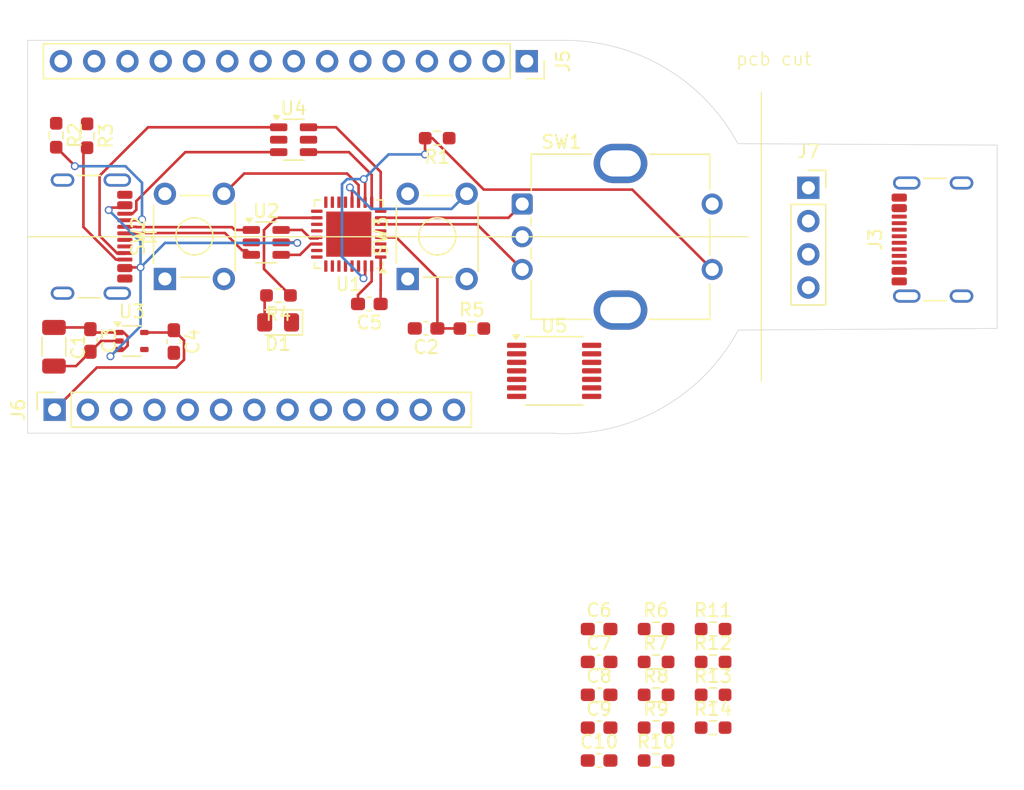
<source format=kicad_pcb>
(kicad_pcb (version 20241229) (generator "pcbnew") (generator_version "9.0")
  (layers (0 "F.Cu" signal) (4 "In1.Cu" power) (6 "In2.Cu" power) (2 "B.Cu" signal) (13 "F.Paste" user) (15 "B.Paste" user) (5 "F.SilkS" user "F.Silkscreen") (7 "B.SilkS" user "B.Silkscreen") (1 "F.Mask" user) (3 "B.Mask" user) (25 "Edge.Cuts" user))
  (net 0 "")
  (net 1 "3V3")
  (net 2 "GND")
  (net 3 "NRST")
  (net 4 "Net-(D1-A)")
  (net 5 "PB0")
  (net 6 "LED")
  (net 7 "enc_A")
  (net 8 "PB3")
  (net 9 "BOOT0")
  (net 10 "PC14")
  (net 11 "PB6")
  (net 12 "PA13")
  (net 13 "PB4")
  (net 14 "PB5")
  (net 15 "enc_B")
  (net 16 "USART1_RX")
  (net 17 "USART1_TX")
  (net 18 "LPUART_RX")
  (net 19 "pushbutton_B")
  (net 20 "pushbutton_A")
  (net 21 "PA15")
  (net 22 "PA14")
  (net 23 "PB7")
  (net 24 "PB1")
  (net 25 "LPUART_TX")
  (net 26 "PC15")
  (net 27 "PA7")
  (net 29 "5V")
  (net 36 "/usb_N")
  (net 37 "/usb_P")
  (net 38 "Net-(J1-SBU2)")
  (net 39 "Net-(J1-SBU1)")
  (net 40 "Net-(J1-CC1)")
  (net 41 "Net-(J1-CC2)")
  (net 42 "adaptor_LPUART_RX")
  (net 43 "adaptor_5V")
  (net 44 "adaptor_LPUART_TX")
  (net 45 "adaptor_GND")
  (net 46 "/usb-")
  (net 47 "/usb+")
  (net 76 "Net-(C6-Pad1)")
  (net 77 "Net-(C7-Pad1)")
  (net 78 "Net-(C8-Pad1)")
  (net 79 "Net-(C9-Pad1)")
  (net 80 "Net-(C10-Pad1)")
  (net 81 "Net-(R8-Pad1)")
  (net 82 "Net-(R9-Pad1)")
  (net 83 "Net-(R12-Pad2)")
  (net 84 "Net-(R13-Pad2)")
  (net 85 "Net-(R14-Pad1)")
  (footprint "Rotary_Encoder:RotaryEncoder_Bourns_Vertical_PEC12R-3x17F-Sxxxx" (layer "F.Cu") (at 128.75 44.5)
    (property "Reference" "SW1" (at 3 -4.75 180) (layer "F.SilkS"))
    (property "Value" "RotaryEncoder_Switch")
    (pad "A" thru_hole roundrect (at 0 0) (size 1.6 1.6) (drill 1) (layers "*.Cu" "*.Mask") (roundrect_rratio 0.15625) (net 76 "Net-(C6-Pad1)"))
    (pad "B" thru_hole circle (at 0 5) (size 1.6 1.6) (drill 1) (layers "*.Cu" "*.Mask") (net 77 "Net-(C7-Pad1)"))
    (pad "C" thru_hole circle (at 0 2.5) (size 1.6 1.6) (drill 1) (layers "*.Cu" "*.Mask") (net 2 "GND"))
    (pad "S1" thru_hole circle (at 14.5 0) (size 1.6 1.6) (drill 1) (layers "*.Cu" "*.Mask") (net 80 "Net-(C10-Pad1)"))
    (pad "S2" thru_hole circle (at 14.5 5) (size 1.6 1.6) (drill 1) (layers "*.Cu" "*.Mask") (net 1 "3V3"))
    (pad "SH" thru_hole oval (at 7.5 -3.1) (size 4.1 3) (drill oval 3.1 2) (layers "*.Cu" "*.Mask"))
    (pad "SH" thru_hole oval (at 7.5 8.1) (size 4.1 3) (drill oval 3.1 2) (layers "*.Cu" "*.Mask"))
  )
  (footprint "Resistor_SMD:R_0603_1608Metric_Pad0.98x0.95mm_HandSolder" (layer "F.Cu") (at 143.3175 81.98)
    (property "Reference" "R13" (at 0 -1.43 0) (layer "F.SilkS"))
    (property "Value" "10k")
    (pad "1" smd roundrect (at -0.9125 0) (size 0.975 0.95) (layers "F.Cu" "F.Mask" "F.Paste") (net 79 "Net-(C9-Pad1)"))
    (pad "2" smd roundrect (at 0.9125 0) (size 0.975 0.95) (layers "F.Cu" "F.Mask" "F.Paste") (net 84 "Net-(R13-Pad2)"))
  )
  (footprint "Resistor_SMD:R_0603_1608Metric_Pad0.98x0.95mm_HandSolder" (layer "F.Cu") (at 138.9675 76.96)
    (property "Reference" "R6" (at 0 -1.43 0) (layer "F.SilkS"))
    (property "Value" "10k")
    (pad "1" smd roundrect (at -0.9125 0) (size 0.975 0.95) (layers "F.Cu" "F.Mask" "F.Paste") (net 77 "Net-(C7-Pad1)"))
    (pad "2" smd roundrect (at 0.9125 0) (size 0.975 0.95) (layers "F.Cu" "F.Mask" "F.Paste") (net 1 "3V3"))
  )
  (footprint "Capacitor_SMD:C_0603_1608Metric_Pad1.08x0.95mm_HandSolder" (layer "F.Cu") (at 134.6175 87)
    (property "Reference" "C10" (at 0 -1.43 0) (layer "F.SilkS"))
    (property "Value" "100nF")
    (pad "1" smd roundrect (at -0.8625 0) (size 1.075 0.95) (layers "F.Cu" "F.Mask" "F.Paste") (net 80 "Net-(C10-Pad1)"))
    (pad "2" smd roundrect (at 0.8625 0) (size 1.075 0.95) (layers "F.Cu" "F.Mask" "F.Paste") (net 2 "GND"))
  )
  (footprint "Package_TO_SOT_SMD:SOT-23-6" (layer "F.Cu") (at 109.2125 47.43)
    (property "Reference" "U2" (at 0 -2.4 0) (layer "F.SilkS"))
    (property "Value" "USBLC6-2SC6")
    (pad "1" smd roundrect (at -1.1375 -0.95) (size 1.325 0.6) (layers "F.Cu" "F.Mask" "F.Paste") (net 36 "/usb_N"))
    (pad "2" smd roundrect (at -1.1375 0) (size 1.325 0.6) (layers "F.Cu" "F.Mask" "F.Paste") (net 2 "GND"))
    (pad "3" smd roundrect (at -1.1375 0.95) (size 1.325 0.6) (layers "F.Cu" "F.Mask" "F.Paste") (net 37 "/usb_P"))
    (pad "4" smd roundrect (at 1.1375 0.95) (size 1.325 0.6) (layers "F.Cu" "F.Mask" "F.Paste") (net 47 "/usb+"))
    (pad "5" smd roundrect (at 1.1375 0) (size 1.325 0.6) (layers "F.Cu" "F.Mask" "F.Paste") (net 29 "5V"))
    (pad "6" smd roundrect (at 1.1375 -0.95) (size 1.325 0.6) (layers "F.Cu" "F.Mask" "F.Paste") (net 46 "/usb-"))
  )
  (footprint "Package_TO_SOT_SMD:SOT-23-6" (layer "F.Cu") (at 111.3 39.5875)
    (property "Reference" "U4" (at 0 -2.4 0) (layer "F.SilkS"))
    (property "Value" "USBLC6-2SC6" (hide yes))
    (pad "1" smd roundrect (at -1.1375 -0.95) (size 1.325 0.6) (layers "F.Cu" "F.Mask" "F.Paste") (net 39 "Net-(J1-SBU1)"))
    (pad "2" smd roundrect (at -1.1375 0) (size 1.325 0.6) (layers "F.Cu" "F.Mask" "F.Paste") (net 2 "GND"))
    (pad "3" smd roundrect (at -1.1375 0.95) (size 1.325 0.6) (layers "F.Cu" "F.Mask" "F.Paste") (net 38 "Net-(J1-SBU2)"))
    (pad "4" smd roundrect (at 1.1375 0.95) (size 1.325 0.6) (layers "F.Cu" "F.Mask" "F.Paste") (net 18 "LPUART_RX"))
    (pad "5" smd roundrect (at 1.1375 0) (size 1.325 0.6) (layers "F.Cu" "F.Mask" "F.Paste") (net 1 "3V3"))
    (pad "6" smd roundrect (at 1.1375 -0.95) (size 1.325 0.6) (layers "F.Cu" "F.Mask" "F.Paste") (net 25 "LPUART_TX"))
  )
  (footprint "Package_TO_SOT_SMD:SOT-353_SC-70-5" (layer "F.Cu") (at 98.96 54.96)
    (property "Reference" "U3" (at 0 -2.25 0) (layer "F.SilkS"))
    (property "Value" "MIC5365-1.0YC5")
    (pad "1" smd roundrect (at -0.95 -0.65) (size 0.65 0.4) (layers "F.Cu" "F.Mask" "F.Paste") (net 29 "5V"))
    (pad "2" smd roundrect (at -0.95 0) (size 0.65 0.4) (layers "F.Cu" "F.Mask" "F.Paste") (net 2 "GND"))
    (pad "3" smd roundrect (at -0.95 0.65) (size 0.65 0.4) (layers "F.Cu" "F.Mask" "F.Paste") (net 29 "5V"))
    (pad "4" smd roundrect (at 0.95 0.65) (size 0.65 0.4) (layers "F.Cu" "F.Mask" "F.Paste"))
    (pad "5" smd roundrect (at 0.95 -0.65) (size 0.65 0.4) (layers "F.Cu" "F.Mask" "F.Paste") (net 1 "3V3"))
  )
  (footprint "Resistor_SMD:R_0603_1608Metric_Pad0.98x0.95mm_HandSolder" (layer "F.Cu") (at 143.3175 76.96)
    (property "Reference" "R11" (at 0 -1.43 0) (layer "F.SilkS"))
    (property "Value" "10k")
    (pad "1" smd roundrect (at -0.9125 0) (size 0.975 0.95) (layers "F.Cu" "F.Mask" "F.Paste") (net 79 "Net-(C9-Pad1)"))
    (pad "2" smd roundrect (at 0.9125 0) (size 0.975 0.95) (layers "F.Cu" "F.Mask" "F.Paste") (net 1 "3V3"))
  )
  (footprint "Capacitor_SMD:C_0603_1608Metric_Pad1.08x0.95mm_HandSolder" (layer "F.Cu") (at 134.6175 76.96)
    (property "Reference" "C6" (at 0 -1.43 0) (layer "F.SilkS"))
    (property "Value" "100nF")
    (pad "1" smd roundrect (at -0.8625 0) (size 1.075 0.95) (layers "F.Cu" "F.Mask" "F.Paste") (net 76 "Net-(C6-Pad1)"))
    (pad "2" smd roundrect (at 0.8625 0) (size 1.075 0.95) (layers "F.Cu" "F.Mask" "F.Paste") (net 2 "GND"))
  )
  (footprint "Button_Switch_THT:SW_TH_Tactile_Omron_B3F-10xx" (layer "F.Cu") (at 101.48 50.22 90)
    (property "Reference" "SW2" (at 3.25 -2.05 90) (layer "F.SilkS"))
    (property "Value" "SW_Push" (hide yes))
    (pad "1" thru_hole rect (at 0 0 90) (size 1.7 1.7) (drill 1) (layers "*.Cu" "*.Mask") (net 2 "GND"))
    (pad "1" thru_hole circle (at 6.5 0 90) (size 1.7 1.7) (drill 1) (layers "*.Cu" "*.Mask") (net 2 "GND"))
    (pad "2" thru_hole circle (at 0 4.5 90) (size 1.7 1.7) (drill 1) (layers "*.Cu" "*.Mask") (net 78 "Net-(C8-Pad1)"))
    (pad "2" thru_hole circle (at 6.5 4.5 90) (size 1.7 1.7) (drill 1) (layers "*.Cu" "*.Mask") (net 78 "Net-(C8-Pad1)"))
  )
  (footprint "Resistor_SMD:R_0603_1608Metric_Pad0.98x0.95mm_HandSolder" (layer "F.Cu") (at 122.26 39.47 180)
    (property "Reference" "R1" (at 0 -1.43 0) (layer "F.SilkS"))
    (property "Value" "10k")
    (pad "1" smd roundrect (at -0.9125 0 180) (size 0.975 0.95) (layers "F.Cu" "F.Mask" "F.Paste") (net 2 "GND"))
    (pad "2" smd roundrect (at 0.9125 0 180) (size 0.975 0.95) (layers "F.Cu" "F.Mask" "F.Paste") (net 80 "Net-(C10-Pad1)"))
  )
  (footprint "Button_Switch_THT:SW_TH_Tactile_Omron_B3F-10xx" (layer "F.Cu") (at 120.01 50.22 90)
    (property "Reference" "SW3" (at 3.25 -2.05 90) (layer "F.SilkS"))
    (property "Value" "SW_Push")
    (pad "1" thru_hole rect (at 0 0 90) (size 1.7 1.7) (drill 1) (layers "*.Cu" "*.Mask") (net 2 "GND"))
    (pad "1" thru_hole circle (at 6.5 0 90) (size 1.7 1.7) (drill 1) (layers "*.Cu" "*.Mask") (net 2 "GND"))
    (pad "2" thru_hole circle (at 0 4.5 90) (size 1.7 1.7) (drill 1) (layers "*.Cu" "*.Mask") (net 79 "Net-(C9-Pad1)"))
    (pad "2" thru_hole circle (at 6.5 4.5 90) (size 1.7 1.7) (drill 1) (layers "*.Cu" "*.Mask") (net 79 "Net-(C9-Pad1)"))
  )
  (footprint "Resistor_SMD:R_0603_1608Metric_Pad0.98x0.95mm_HandSolder" (layer "F.Cu") (at 95.54 39.2875 -90)
    (property "Reference" "R3" (at 0 -1.43 270) (layer "F.SilkS"))
    (property "Value" "5k1")
    (pad "1" smd roundrect (at -0.9125 0 270) (size 0.975 0.95) (layers "F.Cu" "F.Mask" "F.Paste") (net 2 "GND"))
    (pad "2" smd roundrect (at 0.9125 0 270) (size 0.975 0.95) (layers "F.Cu" "F.Mask" "F.Paste") (net 41 "Net-(J1-CC2)"))
  )
  (footprint "Resistor_SMD:R_0603_1608Metric_Pad0.98x0.95mm_HandSolder" (layer "F.Cu") (at 124.905 54.01)
    (property "Reference" "R5" (at 0 -1.43 0) (layer "F.SilkS"))
    (property "Value" "10k")
    (pad "1" smd roundrect (at -0.9125 0) (size 0.975 0.95) (layers "F.Cu" "F.Mask" "F.Paste") (net 3 "NRST"))
    (pad "2" smd roundrect (at 0.9125 0) (size 0.975 0.95) (layers "F.Cu" "F.Mask" "F.Paste") (net 1 "3V3"))
  )
  (footprint "Connector_PinSocket_2.54mm:PinSocket_1x04_P2.54mm_Vertical" (layer "F.Cu") (at 150.59 43.26)
    (property "Reference" "J7" (at 0 -2.77 0) (layer "F.SilkS"))
    (property "Value" "Conn_01x04")
    (pad "1" thru_hole rect (at 0 0) (size 1.7 1.7) (drill 1) (layers "*.Cu" "*.Mask") (net 43 "adaptor_5V"))
    (pad "2" thru_hole circle (at 0 2.54) (size 1.7 1.7) (drill 1) (layers "*.Cu" "*.Mask") (net 42 "adaptor_LPUART_RX"))
    (pad "3" thru_hole circle (at 0 5.08) (size 1.7 1.7) (drill 1) (layers "*.Cu" "*.Mask") (net 44 "adaptor_LPUART_TX"))
    (pad "4" thru_hole circle (at 0 7.62) (size 1.7 1.7) (drill 1) (layers "*.Cu" "*.Mask") (net 45 "adaptor_GND"))
  )
  (footprint "Resistor_SMD:R_0603_1608Metric_Pad0.98x0.95mm_HandSolder" (layer "F.Cu") (at 143.3175 84.49)
    (property "Reference" "R14" (at 0 -1.43 0) (layer "F.SilkS"))
    (property "Value" "10k")
    (pad "1" smd roundrect (at -0.9125 0) (size 0.975 0.95) (layers "F.Cu" "F.Mask" "F.Paste") (net 85 "Net-(R14-Pad1)"))
    (pad "2" smd roundrect (at 0.9125 0) (size 0.975 0.95) (layers "F.Cu" "F.Mask" "F.Paste") (net 80 "Net-(C10-Pad1)"))
  )
  (footprint "Capacitor_SMD:C_0603_1608Metric_Pad1.08x0.95mm_HandSolder" (layer "F.Cu") (at 117.08 52.13 180)
    (property "Reference" "C5" (at 0 -1.43 0) (layer "F.SilkS"))
    (property "Value" "100nF")
    (pad "1" smd roundrect (at -0.8625 0 180) (size 1.075 0.95) (layers "F.Cu" "F.Mask" "F.Paste") (net 1 "3V3"))
    (pad "2" smd roundrect (at 0.8625 0 180) (size 1.075 0.95) (layers "F.Cu" "F.Mask" "F.Paste") (net 2 "GND"))
  )
  (footprint "Connector_PinSocket_2.54mm:PinSocket_1x15_P2.54mm_Vertical" (layer "F.Cu") (at 129.1 33.59 -90)
    (property "Reference" "J5" (at 0 -2.77 90) (layer "F.SilkS"))
    (property "Value" "Conn_01x16")
    (pad "1" thru_hole rect (at 0 0 270) (size 1.7 1.7) (drill 1) (layers "*.Cu" "*.Mask"))
    (pad "2" thru_hole circle (at 0 2.54 270) (size 1.7 1.7) (drill 1) (layers "*.Cu" "*.Mask"))
    (pad "3" thru_hole circle (at 0 5.08 270) (size 1.7 1.7) (drill 1) (layers "*.Cu" "*.Mask"))
    (pad "4" thru_hole circle (at 0 7.62 270) (size 1.7 1.7) (drill 1) (layers "*.Cu" "*.Mask"))
    (pad "5" thru_hole circle (at 0 10.16 270) (size 1.7 1.7) (drill 1) (layers "*.Cu" "*.Mask"))
    (pad "6" thru_hole circle (at 0 12.7 270) (size 1.7 1.7) (drill 1) (layers "*.Cu" "*.Mask"))
    (pad "7" thru_hole circle (at 0 15.24 270) (size 1.7 1.7) (drill 1) (layers "*.Cu" "*.Mask"))
    (pad "8" thru_hole circle (at 0 17.78 270) (size 1.7 1.7) (drill 1) (layers "*.Cu" "*.Mask"))
    (pad "9" thru_hole circle (at 0 20.32 270) (size 1.7 1.7) (drill 1) (layers "*.Cu" "*.Mask"))
    (pad "10" thru_hole circle (at 0 22.86 270) (size 1.7 1.7) (drill 1) (layers "*.Cu" "*.Mask"))
    (pad "11" thru_hole circle (at 0 25.4 270) (size 1.7 1.7) (drill 1) (layers "*.Cu" "*.Mask"))
    (pad "12" thru_hole circle (at 0 27.94 270) (size 1.7 1.7) (drill 1) (layers "*.Cu" "*.Mask"))
    (pad "13" thru_hole circle (at 0 30.48 270) (size 1.7 1.7) (drill 1) (layers "*.Cu" "*.Mask"))
    (pad "14" thru_hole circle (at 0 33.02 270) (size 1.7 1.7) (drill 1) (layers "*.Cu" "*.Mask"))
    (pad "15" thru_hole circle (at 0 35.56 270) (size 1.7 1.7) (drill 1) (layers "*.Cu" "*.Mask"))
  )
  (footprint "Connector_PinSocket_2.54mm:PinSocket_1x13_P2.54mm_Vertical" (layer "F.Cu") (at 93.06 60.21 90)
    (property "Reference" "J6" (at 0 -2.77 90) (layer "F.SilkS"))
    (property "Value" "Conn_01x13")
    (pad "1" thru_hole rect (at 0 0 90) (size 1.7 1.7) (drill 1) (layers "*.Cu" "*.Mask"))
    (pad "2" thru_hole circle (at 0 2.54 90) (size 1.7 1.7) (drill 1) (layers "*.Cu" "*.Mask"))
    (pad "3" thru_hole circle (at 0 5.08 90) (size 1.7 1.7) (drill 1) (layers "*.Cu" "*.Mask"))
    (pad "4" thru_hole circle (at 0 7.62 90) (size 1.7 1.7) (drill 1) (layers "*.Cu" "*.Mask"))
    (pad "5" thru_hole circle (at 0 10.16 90) (size 1.7 1.7) (drill 1) (layers "*.Cu" "*.Mask"))
    (pad "6" thru_hole circle (at 0 12.7 90) (size 1.7 1.7) (drill 1) (layers "*.Cu" "*.Mask"))
    (pad "7" thru_hole circle (at 0 15.24 90) (size 1.7 1.7) (drill 1) (layers "*.Cu" "*.Mask"))
    (pad "8" thru_hole circle (at 0 17.78 90) (size 1.7 1.7) (drill 1) (layers "*.Cu" "*.Mask"))
    (pad "9" thru_hole circle (at 0 20.32 90) (size 1.7 1.7) (drill 1) (layers "*.Cu" "*.Mask"))
    (pad "10" thru_hole circle (at 0 22.86 90) (size 1.7 1.7) (drill 1) (layers "*.Cu" "*.Mask"))
    (pad "11" thru_hole circle (at 0 25.4 90) (size 1.7 1.7) (drill 1) (layers "*.Cu" "*.Mask"))
    (pad "12" thru_hole circle (at 0 27.94 90) (size 1.7 1.7) (drill 1) (layers "*.Cu" "*.Mask"))
    (pad "13" thru_hole circle (at 0 30.48 90) (size 1.7 1.7) (drill 1) (layers "*.Cu" "*.Mask"))
  )
  (footprint "Resistor_SMD:R_0603_1608Metric_Pad0.98x0.95mm_HandSolder" (layer "F.Cu") (at 138.9675 81.98)
    (property "Reference" "R8" (at 0 -1.43 0) (layer "F.SilkS"))
    (property "Value" "10k")
    (pad "1" smd roundrect (at -0.9125 0) (size 0.975 0.95) (layers "F.Cu" "F.Mask" "F.Paste") (net 81 "Net-(R8-Pad1)"))
    (pad "2" smd roundrect (at 0.9125 0) (size 0.975 0.95) (layers "F.Cu" "F.Mask" "F.Paste") (net 76 "Net-(C6-Pad1)"))
  )
  (footprint "Resistor_SMD:R_0603_1608Metric_Pad0.98x0.95mm_HandSolder" (layer "F.Cu") (at 110.145 51.48 180)
    (property "Reference" "R4" (at 0 -1.43 0) (layer "F.SilkS"))
    (property "Value" "1k")
    (pad "1" smd roundrect (at -0.9125 0 180) (size 0.975 0.95) (layers "F.Cu" "F.Mask" "F.Paste") (net 6 "LED"))
    (pad "2" smd roundrect (at 0.9125 0 180) (size 0.975 0.95) (layers "F.Cu" "F.Mask" "F.Paste") (net 4 "Net-(D1-A)"))
  )
  (footprint "Resistor_SMD:R_0603_1608Metric_Pad0.98x0.95mm_HandSolder" (layer "F.Cu") (at 138.9675 87)
    (property "Reference" "R10" (at 0 -1.43 0) (layer "F.SilkS"))
    (property "Value" "10k")
    (pad "1" smd roundrect (at -0.9125 0) (size 0.975 0.95) (layers "F.Cu" "F.Mask" "F.Paste") (net 78 "Net-(C8-Pad1)"))
    (pad "2" smd roundrect (at 0.9125 0) (size 0.975 0.95) (layers "F.Cu" "F.Mask" "F.Paste") (net 1 "3V3"))
  )
  (footprint "Capacitor_SMD:C_0603_1608Metric_Pad1.08x0.95mm_HandSolder" (layer "F.Cu") (at 121.4125 54 180)
    (property "Reference" "C2" (at 0 -1.43 0) (layer "F.SilkS"))
    (property "Value" "100nF")
    (pad "1" smd roundrect (at -0.8625 0 180) (size 1.075 0.95) (layers "F.Cu" "F.Mask" "F.Paste") (net 3 "NRST"))
    (pad "2" smd roundrect (at 0.8625 0 180) (size 1.075 0.95) (layers "F.Cu" "F.Mask" "F.Paste") (net 2 "GND"))
  )
  (footprint "Connector_USB:USB_C_Receptacle_GCT_USB4105-xx-A_16P_TopMnt_Horizontal" (layer "F.Cu") (at 94.74 46.99 -90)
    (property "Reference" "J1" (at 0 -5.5 270) (layer "F.SilkS"))
    (property "Value" "USB_C_synthmate")
    (pad "" np_thru_hole circle (at -2.89 -2.605 270) (size 0.65 0.65) (drill 0.65) (layers "*.Cu" "*.Mask"))
    (pad "" np_thru_hole circle (at 2.89 -2.605 270) (size 0.65 0.65) (drill 0.65) (layers "*.Cu" "*.Mask"))
    (pad "A1" smd roundrect (at -3.2 -3.68 270) (size 0.6 1.15) (layers "F.Cu" "F.Mask" "F.Paste") (net 2 "GND"))
    (pad "A4" smd roundrect (at -2.4 -3.68 270) (size 0.6 1.15) (layers "F.Cu" "F.Mask" "F.Paste") (net 29 "5V"))
    (pad "A5" smd roundrect (at -1.25 -3.68 270) (size 0.3 1.15) (layers "F.Cu" "F.Mask" "F.Paste") (net 40 "Net-(J1-CC1)"))
    (pad "A6" smd roundrect (at -0.25 -3.68 270) (size 0.3 1.15) (layers "F.Cu" "F.Mask" "F.Paste") (net 37 "/usb_P"))
    (pad "A7" smd roundrect (at 0.25 -3.68 270) (size 0.3 1.15) (layers "F.Cu" "F.Mask" "F.Paste") (net 36 "/usb_N"))
    (pad "A8" smd roundrect (at 1.25 -3.68 270) (size 0.3 1.15) (layers "F.Cu" "F.Mask" "F.Paste") (net 39 "Net-(J1-SBU1)"))
    (pad "A9" smd roundrect (at 2.4 -3.68 270) (size 0.6 1.15) (layers "F.Cu" "F.Mask" "F.Paste") (net 29 "5V"))
    (pad "A12" smd roundrect (at 3.2 -3.68 270) (size 0.6 1.15) (layers "F.Cu" "F.Mask" "F.Paste") (net 2 "GND"))
    (pad "B1" smd roundrect (at 3.2 -3.68 270) (size 0.6 1.15) (layers "F.Cu" "F.Mask" "F.Paste") (net 2 "GND"))
    (pad "B4" smd roundrect (at 2.4 -3.68 270) (size 0.6 1.15) (layers "F.Cu" "F.Mask" "F.Paste") (net 29 "5V"))
    (pad "B5" smd roundrect (at 1.75 -3.68 270) (size 0.3 1.15) (layers "F.Cu" "F.Mask" "F.Paste") (net 41 "Net-(J1-CC2)"))
    (pad "B6" smd roundrect (at 0.75 -3.68 270) (size 0.3 1.15) (layers "F.Cu" "F.Mask" "F.Paste") (net 37 "/usb_P"))
    (pad "B7" smd roundrect (at -0.75 -3.68 270) (size 0.3 1.15) (layers "F.Cu" "F.Mask" "F.Paste") (net 36 "/usb_N"))
    (pad "B8" smd roundrect (at -1.75 -3.68 270) (size 0.3 1.15) (layers "F.Cu" "F.Mask" "F.Paste") (net 38 "Net-(J1-SBU2)"))
    (pad "B9" smd roundrect (at -2.4 -3.68 270) (size 0.6 1.15) (layers "F.Cu" "F.Mask" "F.Paste") (net 29 "5V"))
    (pad "B12" smd roundrect (at -3.2 -3.68 270) (size 0.6 1.15) (layers "F.Cu" "F.Mask" "F.Paste") (net 2 "GND"))
    (pad "S1" thru_hole oval (at -4.32 -3.105 270) (size 1 2.1) (drill oval 0.6 1.7) (property pad_prop_heatsink) (layers "*.Cu" "*.Mask" "F.Paste") (net 2 "GND"))
    (pad "S1" thru_hole oval (at -4.32 1.075 270) (size 1 1.8) (drill oval 0.6 1.4) (property pad_prop_heatsink) (layers "*.Cu" "*.Mask" "F.Paste") (net 2 "GND"))
    (pad "S1" thru_hole oval (at 4.32 -3.105 270) (size 1 2.1) (drill oval 0.6 1.7) (property pad_prop_heatsink) (layers "*.Cu" "*.Mask" "F.Paste") (net 2 "GND"))
    (pad "S1" thru_hole oval (at 4.32 1.075 270) (size 1 1.8) (drill oval 0.6 1.4) (property pad_prop_heatsink) (layers "*.Cu" "*.Mask" "F.Paste") (net 2 "GND"))
  )
  (footprint "LED_SMD:LED_0805_2012Metric_Pad1.15x1.40mm_HandSolder" (layer "F.Cu") (at 110.1175 53.54 180)
    (property "Reference" "D1" (at 0 -1.65 0) (layer "F.SilkS"))
    (property "Value" "LED")
    (pad "1" smd roundrect (at -1.025 0 180) (size 1.15 1.4) (layers "F.Cu" "F.Mask" "F.Paste") (roundrect_rratio 0.217391) (net 2 "GND"))
    (pad "2" smd roundrect (at 1.025 0 180) (size 1.15 1.4) (layers "F.Cu" "F.Mask" "F.Paste") (roundrect_rratio 0.217391) (net 4 "Net-(D1-A)"))
  )
  (footprint "Capacitor_SMD:C_0603_1608Metric_Pad1.08x0.95mm_HandSolder" (layer "F.Cu") (at 134.6175 84.49)
    (property "Reference" "C9" (at 0 -1.43 0) (layer "F.SilkS"))
    (property "Value" "100nF")
    (pad "1" smd roundrect (at -0.8625 0) (size 1.075 0.95) (layers "F.Cu" "F.Mask" "F.Paste") (net 79 "Net-(C9-Pad1)"))
    (pad "2" smd roundrect (at 0.8625 0) (size 1.075 0.95) (layers "F.Cu" "F.Mask" "F.Paste") (net 2 "GND"))
  )
  (footprint "Resistor_SMD:R_0603_1608Metric_Pad0.98x0.95mm_HandSolder" (layer "F.Cu") (at 138.9675 79.47)
    (property "Reference" "R7" (at 0 -1.43 0) (layer "F.SilkS"))
    (property "Value" "10k")
    (pad "1" smd roundrect (at -0.9125 0) (size 0.975 0.95) (layers "F.Cu" "F.Mask" "F.Paste") (net 76 "Net-(C6-Pad1)"))
    (pad "2" smd roundrect (at 0.9125 0) (size 0.975 0.95) (layers "F.Cu" "F.Mask" "F.Paste") (net 1 "3V3"))
  )
  (footprint "Package_SO:TSSOP-14_4.4x5mm_P0.65mm" (layer "F.Cu") (at 131.1875 57.24)
    (property "Reference" "U5" (at 0 -3.45 0) (layer "F.SilkS"))
    (property "Value" "40106")
    (pad "1" smd roundrect (at -2.8625 -1.95) (size 1.475 0.4) (layers "F.Cu" "F.Mask" "F.Paste") (net 81 "Net-(R8-Pad1)"))
    (pad "2" smd roundrect (at -2.8625 -1.3) (size 1.475 0.4) (layers "F.Cu" "F.Mask" "F.Paste") (net 7 "enc_A"))
    (pad "3" smd roundrect (at -2.8625 -0.65) (size 1.475 0.4) (layers "F.Cu" "F.Mask" "F.Paste") (net 82 "Net-(R9-Pad1)"))
    (pad "4" smd roundrect (at -2.8625 0) (size 1.475 0.4) (layers "F.Cu" "F.Mask" "F.Paste") (net 15 "enc_B"))
    (pad "5" smd roundrect (at -2.8625 0.65) (size 1.475 0.4) (layers "F.Cu" "F.Mask" "F.Paste") (net 85 "Net-(R14-Pad1)"))
    (pad "6" smd roundrect (at -2.8625 1.3) (size 1.475 0.4) (layers "F.Cu" "F.Mask" "F.Paste") (net 9 "BOOT0"))
    (pad "7" smd roundrect (at -2.8625 1.95) (size 1.475 0.4) (layers "F.Cu" "F.Mask" "F.Paste") (net 2 "GND"))
    (pad "8" smd roundrect (at 2.8625 1.95) (size 1.475 0.4) (layers "F.Cu" "F.Mask" "F.Paste") (net 20 "pushbutton_A"))
    (pad "9" smd roundrect (at 2.8625 1.3) (size 1.475 0.4) (layers "F.Cu" "F.Mask" "F.Paste") (net 83 "Net-(R12-Pad2)"))
    (pad "10" smd roundrect (at 2.8625 0.65) (size 1.475 0.4) (layers "F.Cu" "F.Mask" "F.Paste") (net 19 "pushbutton_B"))
    (pad "11" smd roundrect (at 2.8625 0) (size 1.475 0.4) (layers "F.Cu" "F.Mask" "F.Paste") (net 84 "Net-(R13-Pad2)"))
    (pad "12" smd roundrect (at 2.8625 -0.65) (size 1.475 0.4) (layers "F.Cu" "F.Mask" "F.Paste"))
    (pad "13" smd roundrect (at 2.8625 -1.3) (size 1.475 0.4) (layers "F.Cu" "F.Mask" "F.Paste"))
    (pad "14" smd roundrect (at 2.8625 -1.95) (size 1.475 0.4) (layers "F.Cu" "F.Mask" "F.Paste") (net 1 "3V3"))
  )
  (footprint "Capacitor_SMD:C_0603_1608Metric_Pad1.08x0.95mm_HandSolder" (layer "F.Cu") (at 102.16 55 -90)
    (property "Reference" "C4" (at 0 -1.43 90) (layer "F.SilkS"))
    (property "Value" "1uF")
    (pad "1" smd roundrect (at -0.8625 0 270) (size 1.075 0.95) (layers "F.Cu" "F.Mask" "F.Paste") (net 1 "3V3"))
    (pad "2" smd roundrect (at 0.8625 0 270) (size 1.075 0.95) (layers "F.Cu" "F.Mask" "F.Paste") (net 2 "GND"))
  )
  (footprint "Capacitor_SMD:C_1206_3216Metric" (layer "F.Cu") (at 93.01 55.4 -90)
    (property "Reference" "C1" (at 0 -1.85 90) (layer "F.SilkS"))
    (property "Value" "16V/47uF")
    (pad "1" smd roundrect (at -1.475 0 270) (size 1.15 1.8) (layers "F.Cu" "F.Mask" "F.Paste") (roundrect_rratio 0.217391) (net 29 "5V"))
    (pad "2" smd roundrect (at 1.475 0 270) (size 1.15 1.8) (layers "F.Cu" "F.Mask" "F.Paste") (roundrect_rratio 0.217391) (net 2 "GND"))
  )
  (footprint "Capacitor_SMD:C_0603_1608Metric_Pad1.08x0.95mm_HandSolder" (layer "F.Cu") (at 134.6175 81.98)
    (property "Reference" "C8" (at 0 -1.43 0) (layer "F.SilkS"))
    (property "Value" "100nF")
    (pad "1" smd roundrect (at -0.8625 0) (size 1.075 0.95) (layers "F.Cu" "F.Mask" "F.Paste") (net 78 "Net-(C8-Pad1)"))
    (pad "2" smd roundrect (at 0.8625 0) (size 1.075 0.95) (layers "F.Cu" "F.Mask" "F.Paste") (net 2 "GND"))
  )
  (footprint "Resistor_SMD:R_0603_1608Metric_Pad0.98x0.95mm_HandSolder" (layer "F.Cu") (at 143.3175 79.47)
    (property "Reference" "R12" (at 0 -1.43 0) (layer "F.SilkS"))
    (property "Value" "10k")
    (pad "1" smd roundrect (at -0.9125 0) (size 0.975 0.95) (layers "F.Cu" "F.Mask" "F.Paste") (net 78 "Net-(C8-Pad1)"))
    (pad "2" smd roundrect (at 0.9125 0) (size 0.975 0.95) (layers "F.Cu" "F.Mask" "F.Paste") (net 83 "Net-(R12-Pad2)"))
  )
  (footprint "Connector_USB:USB_C_Receptacle_GCT_USB4105-xx-A_16P_TopMnt_Horizontal" (layer "F.Cu") (at 161.205 47.21 90)
    (property "Reference" "J3" (at 0 -5.5 90) (layer "F.SilkS"))
    (property "Value" "USB_C_connector_board")
    (pad "" np_thru_hole circle (at -2.89 -2.605 90) (size 0.65 0.65) (drill 0.65) (layers "*.Cu" "*.Mask"))
    (pad "" np_thru_hole circle (at 2.89 -2.605 90) (size 0.65 0.65) (drill 0.65) (layers "*.Cu" "*.Mask"))
    (pad "A1" smd roundrect (at -3.2 -3.68 90) (size 0.6 1.15) (layers "F.Cu" "F.Mask" "F.Paste") (net 45 "adaptor_GND"))
    (pad "A4" smd roundrect (at -2.4 -3.68 90) (size 0.6 1.15) (layers "F.Cu" "F.Mask" "F.Paste") (net 43 "adaptor_5V"))
    (pad "A5" smd roundrect (at -1.25 -3.68 90) (size 0.3 1.15) (layers "F.Cu" "F.Mask" "F.Paste"))
    (pad "A6" smd roundrect (at -0.25 -3.68 90) (size 0.3 1.15) (layers "F.Cu" "F.Mask" "F.Paste"))
    (pad "A7" smd roundrect (at 0.25 -3.68 90) (size 0.3 1.15) (layers "F.Cu" "F.Mask" "F.Paste"))
    (pad "A8" smd roundrect (at 1.25 -3.68 90) (size 0.3 1.15) (layers "F.Cu" "F.Mask" "F.Paste") (net 42 "adaptor_LPUART_RX"))
    (pad "A9" smd roundrect (at 2.4 -3.68 90) (size 0.6 1.15) (layers "F.Cu" "F.Mask" "F.Paste") (net 43 "adaptor_5V"))
    (pad "A12" smd roundrect (at 3.2 -3.68 90) (size 0.6 1.15) (layers "F.Cu" "F.Mask" "F.Paste") (net 45 "adaptor_GND"))
    (pad "B1" smd roundrect (at 3.2 -3.68 90) (size 0.6 1.15) (layers "F.Cu" "F.Mask" "F.Paste") (net 45 "adaptor_GND"))
    (pad "B4" smd roundrect (at 2.4 -3.68 90) (size 0.6 1.15) (layers "F.Cu" "F.Mask" "F.Paste") (net 43 "adaptor_5V"))
    (pad "B5" smd roundrect (at 1.75 -3.68 90) (size 0.3 1.15) (layers "F.Cu" "F.Mask" "F.Paste"))
    (pad "B6" smd roundrect (at 0.75 -3.68 90) (size 0.3 1.15) (layers "F.Cu" "F.Mask" "F.Paste"))
    (pad "B7" smd roundrect (at -0.75 -3.68 90) (size 0.3 1.15) (layers "F.Cu" "F.Mask" "F.Paste"))
    (pad "B8" smd roundrect (at -1.75 -3.68 90) (size 0.3 1.15) (layers "F.Cu" "F.Mask" "F.Paste") (net 44 "adaptor_LPUART_TX"))
    (pad "B9" smd roundrect (at -2.4 -3.68 90) (size 0.6 1.15) (layers "F.Cu" "F.Mask" "F.Paste") (net 43 "adaptor_5V"))
    (pad "B12" smd roundrect (at -3.2 -3.68 90) (size 0.6 1.15) (layers "F.Cu" "F.Mask" "F.Paste") (net 45 "adaptor_GND"))
    (pad "S1" thru_hole oval (at -4.32 -3.105 90) (size 1 2.1) (drill oval 0.6 1.7) (property pad_prop_heatsink) (layers "*.Cu" "*.Mask" "F.Paste") (net 45 "adaptor_GND"))
    (pad "S1" thru_hole oval (at -4.32 1.075 90) (size 1 1.8) (drill oval 0.6 1.4) (property pad_prop_heatsink) (layers "*.Cu" "*.Mask" "F.Paste") (net 45 "adaptor_GND"))
    (pad "S1" thru_hole oval (at 4.32 -3.105 90) (size 1 2.1) (drill oval 0.6 1.7) (property pad_prop_heatsink) (layers "*.Cu" "*.Mask" "F.Paste") (net 45 "adaptor_GND"))
    (pad "S1" thru_hole oval (at 4.32 1.075 90) (size 1 1.8) (drill oval 0.6 1.4) (property pad_prop_heatsink) (layers "*.Cu" "*.Mask" "F.Paste") (net 45 "adaptor_GND"))
  )
  (footprint "Capacitor_SMD:C_0603_1608Metric_Pad1.08x0.95mm_HandSolder" (layer "F.Cu") (at 95.79 54.9175 -90)
    (property "Reference" "C3" (at 0 -1.43 90) (layer "F.SilkS"))
    (property "Value" "1uF")
    (pad "1" smd roundrect (at -0.8625 0 270) (size 1.075 0.95) (layers "F.Cu" "F.Mask" "F.Paste") (net 29 "5V"))
    (pad "2" smd roundrect (at 0.8625 0 270) (size 1.075 0.95) (layers "F.Cu" "F.Mask" "F.Paste") (net 2 "GND"))
  )
  (footprint "Resistor_SMD:R_0603_1608Metric_Pad0.98x0.95mm_HandSolder" (layer "F.Cu") (at 93.18 39.2475 -90)
    (property "Reference" "R2" (at 0 -1.43 270) (layer "F.SilkS"))
    (property "Value" "5k1")
    (pad "1" smd roundrect (at -0.9125 0 270) (size 0.975 0.95) (layers "F.Cu" "F.Mask" "F.Paste") (net 2 "GND"))
    (pad "2" smd roundrect (at 0.9125 0 270) (size 0.975 0.95) (layers "F.Cu" "F.Mask" "F.Paste") (net 40 "Net-(J1-CC1)"))
  )
  (footprint "Package_DFN_QFN:QFN-32-1EP_5x5mm_P0.5mm_EP3.45x3.45mm" (layer "F.Cu") (at 115.51 46.8 180)
    (property "Reference" "U1" (at 0 -3.83 0) (layer "F.SilkS"))
    (property "Value" "STM32L432KCUx")
    (pad "1" smd roundrect (at -2.4375 -1.75 180) (size 0.875 0.25) (layers "F.Cu" "F.Mask" "F.Paste") (net 1 "3V3"))
    (pad "2" smd roundrect (at -2.4375 -1.25 180) (size 0.875 0.25) (layers "F.Cu" "F.Mask" "F.Paste") (net 10 "PC14"))
    (pad "3" smd roundrect (at -2.4375 -0.75 180) (size 0.875 0.25) (layers "F.Cu" "F.Mask" "F.Paste") (net 26 "PC15"))
    (pad "4" smd roundrect (at -2.4375 -0.25 180) (size 0.875 0.25) (layers "F.Cu" "F.Mask" "F.Paste") (net 3 "NRST"))
    (pad "5" smd roundrect (at -2.4375 0.25 180) (size 0.875 0.25) (layers "F.Cu" "F.Mask" "F.Paste") (net 1 "3V3"))
    (pad "6" smd roundrect (at -2.4375 0.75 180) (size 0.875 0.25) (layers "F.Cu" "F.Mask" "F.Paste") (net 15 "enc_B"))
    (pad "7" smd roundrect (at -2.4375 1.25 180) (size 0.875 0.25) (layers "F.Cu" "F.Mask" "F.Paste") (net 7 "enc_A"))
    (pad "8" smd roundrect (at -2.4375 1.75 180) (size 0.875 0.25) (layers "F.Cu" "F.Mask" "F.Paste") (net 25 "LPUART_TX"))
    (pad "9" smd roundrect (at -1.75 2.4375 180) (size 0.25 0.875) (layers "F.Cu" "F.Mask" "F.Paste") (net 18 "LPUART_RX"))
    (pad "10" smd roundrect (at -1.25 2.4375 180) (size 0.25 0.875) (layers "F.Cu" "F.Mask" "F.Paste") (net 9 "BOOT0"))
    (pad "11" smd roundrect (at -0.75 2.4375 180) (size 0.25 0.875) (layers "F.Cu" "F.Mask" "F.Paste") (net 20 "pushbutton_A"))
    (pad "12" smd roundrect (at -0.25 2.4375 180) (size 0.25 0.875) (layers "F.Cu" "F.Mask" "F.Paste") (net 19 "pushbutton_B"))
    (pad "13" smd roundrect (at 0.25 2.4375 180) (size 0.25 0.875) (layers "F.Cu" "F.Mask" "F.Paste") (net 27 "PA7"))
    (pad "14" smd roundrect (at 0.75 2.4375 180) (size 0.25 0.875) (layers "F.Cu" "F.Mask" "F.Paste") (net 5 "PB0"))
    (pad "15" smd roundrect (at 1.25 2.4375 180) (size 0.25 0.875) (layers "F.Cu" "F.Mask" "F.Paste") (net 24 "PB1"))
    (pad "16" smd roundrect (at 1.75 2.4375 180) (size 0.25 0.875) (layers "F.Cu" "F.Mask" "F.Paste") (net 2 "GND"))
    (pad "17" smd roundrect (at 2.4375 1.75 180) (size 0.875 0.25) (layers "F.Cu" "F.Mask" "F.Paste") (net 1 "3V3"))
    (pad "18" smd roundrect (at 2.4375 1.25 180) (size 0.875 0.25) (layers "F.Cu" "F.Mask" "F.Paste") (net 6 "LED"))
    (pad "19" smd roundrect (at 2.4375 0.75 180) (size 0.875 0.25) (layers "F.Cu" "F.Mask" "F.Paste") (net 17 "USART1_TX"))
    (pad "20" smd roundrect (at 2.4375 0.25 180) (size 0.875 0.25) (layers "F.Cu" "F.Mask" "F.Paste") (net 16 "USART1_RX"))
    (pad "21" smd roundrect (at 2.4375 -0.25 180) (size 0.875 0.25) (layers "F.Cu" "F.Mask" "F.Paste") (net 46 "/usb-"))
    (pad "22" smd roundrect (at 2.4375 -0.75 180) (size 0.875 0.25) (layers "F.Cu" "F.Mask" "F.Paste") (net 47 "/usb+"))
    (pad "23" smd roundrect (at 2.4375 -1.25 180) (size 0.875 0.25) (layers "F.Cu" "F.Mask" "F.Paste") (net 12 "PA13"))
    (pad "24" smd roundrect (at 2.4375 -1.75 180) (size 0.875 0.25) (layers "F.Cu" "F.Mask" "F.Paste") (net 22 "PA14"))
    (pad "25" smd roundrect (at 1.75 -2.4375 180) (size 0.25 0.875) (layers "F.Cu" "F.Mask" "F.Paste") (net 21 "PA15"))
    (pad "26" smd roundrect (at 1.25 -2.4375 180) (size 0.25 0.875) (layers "F.Cu" "F.Mask" "F.Paste") (net 8 "PB3"))
    (pad "27" smd roundrect (at 0.75 -2.4375 180) (size 0.25 0.875) (layers "F.Cu" "F.Mask" "F.Paste") (net 13 "PB4"))
    (pad "28" smd roundrect (at 0.25 -2.4375 180) (size 0.25 0.875) (layers "F.Cu" "F.Mask" "F.Paste") (net 14 "PB5"))
    (pad "29" smd roundrect (at -0.25 -2.4375 180) (size 0.25 0.875) (layers "F.Cu" "F.Mask" "F.Paste") (net 11 "PB6"))
    (pad "30" smd roundrect (at -0.75 -2.4375 180) (size 0.25 0.875) (layers "F.Cu" "F.Mask" "F.Paste") (net 23 "PB7"))
    (pad "31" smd roundrect (at -1.25 -2.4375 180) (size 0.25 0.875) (layers "F.Cu" "F.Mask" "F.Paste") (net 9 "BOOT0"))
    (pad "32" smd roundrect (at -1.75 -2.4375 180) (size 0.25 0.875) (layers "F.Cu" "F.Mask" "F.Paste") (net 2 "GND"))
    (pad "33" smd rect (at 0 0 180) (size 3.45 3.45) (property pad_prop_heatsink) (layers "F.Cu" "F.Mask") (net 2 "GND"))
  )
  (footprint "Resistor_SMD:R_0603_1608Metric_Pad0.98x0.95mm_HandSolder" (layer "F.Cu") (at 138.9675 84.49)
    (property "Reference" "R9" (at 0 -1.43 0) (layer "F.SilkS"))
    (property "Value" "10k")
    (pad "1" smd roundrect (at -0.9125 0) (size 0.975 0.95) (layers "F.Cu" "F.Mask" "F.Paste") (net 82 "Net-(R9-Pad1)"))
    (pad "2" smd roundrect (at 0.9125 0) (size 0.975 0.95) (layers "F.Cu" "F.Mask" "F.Paste") (net 77 "Net-(C7-Pad1)"))
  )
  (footprint "Capacitor_SMD:C_0603_1608Metric_Pad1.08x0.95mm_HandSolder" (layer "F.Cu") (at 134.6175 79.47)
    (property "Reference" "C7" (at 0 -1.43 0) (layer "F.SilkS"))
    (property "Value" "100nF")
    (pad "1" smd roundrect (at -0.8625 0) (size 1.075 0.95) (layers "F.Cu" "F.Mask" "F.Paste") (net 77 "Net-(C7-Pad1)"))
    (pad "2" smd roundrect (at 0.8625 0) (size 1.075 0.95) (layers "F.Cu" "F.Mask" "F.Paste") (net 2 "GND"))
  )
  (gr_line (start 146 47) (end 91 47) (stroke (width 0.1)) (layer "F.SilkS"))
  (gr_line (start 147 36) (end 147 58) (stroke (width 0.1)) (layer "F.SilkS"))
  (gr_line (start 145.236383 54.127283) (end 165 54) (stroke (width 0.05)) (layer "Edge.Cuts"))
  (gr_line (start 165 40) (end 145.207066 39.888502) (stroke (width 0.05)) (layer "Edge.Cuts"))
  (gr_line (start 132 32) (end 91 32) (stroke (width 0.05)) (layer "Edge.Cuts"))
  (gr_line (start 165 40) (end 165 54) (stroke (width 0.05)) (layer "Edge.Cuts"))
  (gr_arc (start 145.236383 54.127283) (mid 139.275107 60.155714) (end 131 62) (stroke (width 0.05)) (layer "Edge.Cuts"))
  (gr_line (start 91 32) (end 91 62) (stroke (width 0.05)) (layer "Edge.Cuts"))
  (gr_line (start 91 62) (end 131 62) (stroke (width 0.05)) (layer "Edge.Cuts"))
  (gr_arc (start 132 32) (mid 139.691799 34.122258) (end 145.207066 39.888503) (stroke (width 0.05)) (layer "Edge.Cuts"))
  (gr_text "pcb cut\n" (at 145 34 0) (layer "F.SilkS") (effects (font (size 1 1) (thickness 0.1)) (justify left bottom)))
  (segment (start 101.9875 54.31) (end 102.16 54.1375) (width 0.2) (layer "F.Cu") (net 1))
  (segment (start 117.9425 51.0575) (end 117.9425 52.13) (width 0.2) (layer "F.Cu") (net 1))
  (segment (start 117.9475 51.0525) (end 117.9425 51.0575) (width 0.2) (layer "F.Cu") (net 1))
  (segment (start 96.29 56.98) (end 93.06 60.21) (width 0.2) (layer "F.Cu") (net 1))
  (segment (start 102.936 54.9135) (end 102.936 56.392134) (width 0.2) (layer "F.Cu") (net 1))
  (segment (start 102.936 56.392134) (end 102.348134 56.98) (width 0.2) (layer "F.Cu") (net 1))
  (segment (start 99.91 54.31) (end 101.9875 54.31) (width 0.2) (layer "F.Cu") (net 1))
  (segment (start 117.9475 48.55) (end 117.9475 51.0525) (width 0.2) (layer "F.Cu") (net 1))
  (segment (start 102.16 54.1375) (end 102.936 54.9135) (width 0.2) (layer "F.Cu") (net 1))
  (segment (start 102.348134 56.98) (end 96.29 56.98) (width 0.2) (layer "F.Cu") (net 1))
  (segment (start 117.26 50.4) (end 116.2175 51.4425) (width 0.2) (layer "F.Cu") (net 2))
  (segment (start 117.26 49.2375) (end 117.26 50.4) (width 0.2) (layer "F.Cu") (net 2))
  (segment (start 96.61 54.96) (end 98.01 54.96) (width 0.2) (layer "F.Cu") (net 2))
  (segment (start 116.2175 51.4425) (end 116.2175 52.13) (width 0.2) (layer "F.Cu") (net 2))
  (segment (start 93.01 56.875) (end 94.695 56.875) (width 0.2) (layer "F.Cu") (net 2))
  (segment (start 95.79 55.78) (end 96.61 54.96) (width 0.2) (layer "F.Cu") (net 2))
  (segment (start 94.695 56.875) (end 95.79 55.78) (width 0.2) (layer "F.Cu") (net 2))
  (segment (start 123.9825 54) (end 123.9925 54.01) (width 0.2) (layer "F.Cu") (net 3))
  (segment (start 119.142 47.05) (end 117.9475 47.05) (width 0.2) (layer "F.Cu") (net 3))
  (segment (start 122.275 54) (end 122.275 50.183) (width 0.2) (layer "F.Cu") (net 3))
  (segment (start 122.275 54) (end 123.9825 54) (width 0.2) (layer "F.Cu") (net 3))
  (segment (start 122.275 50.183) (end 119.142 47.05) (width 0.2) (layer "F.Cu") (net 3))
  (segment (start 109.0925 51.62) (end 109.2325 51.48) (width 0.2) (layer "F.Cu") (net 4))
  (segment (start 109.0925 53.54) (end 109.0925 51.62) (width 0.2) (layer "F.Cu") (net 4))
  (segment (start 113.0725 45.55) (end 109.975532 45.55) (width 0.2) (layer "F.Cu") (net 6))
  (segment (start 109.975532 45.55) (end 109.04 46.485532) (width 0.2) (layer "F.Cu") (net 6))
  (segment (start 109.04 49.4625) (end 111.0575 51.48) (width 0.2) (layer "F.Cu") (net 6))
  (segment (start 109.04 46.485532) (end 109.04 49.4625) (width 0.2) (layer "F.Cu") (net 6))
  (segment (start 127.7 45.55) (end 117.9475 45.55) (width 0.2) (layer "F.Cu") (net 7))
  (segment (start 128.75 44.5) (end 127.7 45.55) (width 0.2) (layer "F.Cu") (net 7))
  (segment (start 116.76 49.2375) (end 116.76 50.05147) (width 0.2) (layer "F.Cu") (net 9))
  (segment (start 116.76 44.3625) (end 116.76 42.697199) (width 0.2) (layer "F.Cu") (net 9))
  (segment (start 116.76 50.05147) (end 116.635735 50.175735) (width 0.2) (layer "F.Cu") (net 9))
  (segment (start 137.149 43.399) (end 143.25 49.5) (width 0.2) (layer "F.Cu") (net 9))
  (segment (start 121.88776 39.47) (end 125.81676 43.399) (width 0.2) (layer "F.Cu") (net 9))
  (segment (start 116.76 42.697199) (end 116.66 42.597199) (width 0.2) (layer "F.Cu") (net 9))
  (segment (start 121.3475 39.47) (end 121.88776 39.47) (width 0.2) (layer "F.Cu") (net 9))
  (segment (start 121.33 39.4875) (end 121.3475 39.47) (width 0.2) (layer "F.Cu") (net 9))
  (segment (start 125.81676 43.399) (end 137.149 43.399) (width 0.2) (layer "F.Cu") (net 9))
  (segment (start 121.33 40.71) (end 121.33 39.4875) (width 0.2) (layer "F.Cu") (net 9))
  (via (at 116.635735 50.175735) (size 0.6) (drill 0.4) (layers "F.Cu" "B.Cu") (net 9))
  (via (at 121.33 40.71) (size 0.6) (drill 0.4) (layers "F.Cu" "B.Cu") (net 9))
  (via (at 116.66 42.597199) (size 0.6) (drill 0.4) (layers "F.Cu" "B.Cu") (net 9))
  (segment (start 114.994735 48.534735) (end 114.994735 42.985322) (width 0.2) (layer "B.Cu") (net 9))
  (segment (start 116.635735 50.175735) (end 114.994735 48.534735) (width 0.2) (layer "B.Cu") (net 9))
  (segment (start 114.994735 42.985322) (end 115.382858 42.597199) (width 0.2) (layer "B.Cu") (net 9))
  (segment (start 115.382858 42.597199) (end 116.66 42.597199) (width 0.2) (layer "B.Cu") (net 9))
  (segment (start 116.66 42.597199) (end 118.547199 40.71) (width 0.2) (layer "B.Cu") (net 9))
  (segment (start 118.547199 40.71) (end 121.33 40.71) (width 0.2) (layer "B.Cu") (net 9))
  (segment (start 125.3 46.05) (end 117.9475 46.05) (width 0.2) (layer "F.Cu") (net 15))
  (segment (start 128.75 49.5) (end 125.3 46.05) (width 0.2) (layer "F.Cu") (net 15))
  (segment (start 112.4375 40.5375) (end 115.5275 40.5375) (width 0.2) (layer "F.Cu") (net 18))
  (segment (start 117.26 42.27) (end 117.26 44.3625) (width 0.2) (layer "F.Cu") (net 18))
  (segment (start 115.5275 40.5375) (end 117.26 42.27) (width 0.2) (layer "F.Cu") (net 18))
  (segment (start 115.76 43.39853) (end 115.595735 43.234265) (width 0.2) (layer "F.Cu") (net 19))
  (segment (start 115.76 44.3625) (end 115.76 43.39853) (width 0.2) (layer "F.Cu") (net 19))
  (via (at 115.595735 43.234265) (size 0.6) (drill 0.4) (layers "F.Cu" "B.Cu") (net 19))
  (segment (start 117.23247 44.871) (end 123.359 44.871) (width 0.2) (layer "B.Cu") (net 19))
  (segment (start 123.359 44.871) (end 124.51 43.72) (width 0.2) (layer "B.Cu") (net 19))
  (segment (start 115.595735 43.234265) (end 117.23247 44.871) (width 0.2) (layer "B.Cu") (net 19))
  (segment (start 105.98 43.72) (end 107.53 42.17) (width 0.2) (layer "F.Cu") (net 20))
  (segment (start 107.53 42.17) (end 115.38 42.17) (width 0.2) (layer "F.Cu") (net 20))
  (segment (start 116.26 43.05) (end 116.26 44.3625) (width 0.2) (layer "F.Cu") (net 20))
  (segment (start 115.38 42.17) (end 116.26 43.05) (width 0.2) (layer "F.Cu") (net 20))
  (segment (start 114.5375 38.6375) (end 117.9475 42.0475) (width 0.2) (layer "F.Cu") (net 25))
  (segment (start 112.4375 38.6375) (end 114.5375 38.6375) (width 0.2) (layer "F.Cu") (net 25))
  (segment (start 117.9475 42.0475) (end 117.9475 45.05) (width 0.2) (layer "F.Cu") (net 25))
  (segment (start 98.636 54.611001) (end 98.636 55.308999) (width 0.2) (layer "F.Cu") (net 29))
  (segment (start 98.636 55.308999) (end 98.334999 55.61) (width 0.2) (layer "F.Cu") (net 29))
  (segment (start 98.47 49.34) (end 98.42 49.39) (width 0.2) (layer "F.Cu") (net 29))
  (segment (start 97.372756 44.776) (end 97.187963 44.960793) (width 0.2) (layer "F.Cu") (net 29))
  (segment (start 96.045 54.31) (end 95.79 54.055) (width 0.2) (layer "F.Cu") (net 29))
  (segment (start 97.84 55.61) (end 97.32 56.13) (width 0.2) (layer "F.Cu") (net 29))
  (segment (start 98.01 54.31) (end 96.045 54.31) (width 0.2) (layer "F.Cu") (net 29))
  (segment (start 95.66 53.925) (end 95.79 54.055) (width 0.2) (layer "F.Cu") (net 29))
  (segment (start 111.54 47.43) (end 111.58 47.47) (width 0.2) (layer "F.Cu") (net 29))
  (segment (start 93.01 53.925) (end 95.66 53.925) (width 0.2) (layer "F.Cu") (net 29))
  (segment (start 98.334999 54.31) (end 98.636 54.611001) (width 0.2) (layer "F.Cu") (net 29))
  (segment (start 110.35 47.43) (end 111.54 47.43) (width 0.2) (layer "F.Cu") (net 29))
  (segment (start 98.234 44.776) (end 97.372756 44.776) (width 0.2) (layer "F.Cu") (net 29))
  (segment (start 98.334999 55.61) (end 98.01 55.61) (width 0.2) (layer "F.Cu") (net 29))
  (segment (start 99.62 49.34) (end 98.47 49.34) (width 0.2) (layer "F.Cu") (net 29))
  (segment (start 98.01 54.31) (end 98.334999 54.31) (width 0.2) (layer "F.Cu") (net 29))
  (segment (start 98.01 55.61) (end 97.84 55.61) (width 0.2) (layer "F.Cu") (net 29))
  (segment (start 98.42 44.59) (end 98.234 44.776) (width 0.2) (layer "F.Cu") (net 29))
  (via (at 99.62 49.34) (size 0.6) (drill 0.4) (layers "F.Cu" "B.Cu") (net 29))
  (via (at 111.58 47.47) (size 0.6) (drill 0.4) (layers "F.Cu" "B.Cu") (net 29))
  (via (at 97.187963 44.960793) (size 0.6) (drill 0.4) (layers "F.Cu" "B.Cu") (net 29))
  (via (at 97.32 56.13) (size 0.6) (drill 0.4) (layers "F.Cu" "B.Cu") (net 29))
  (segment (start 99.62 47.39283) (end 99.62 49.34) (width 0.2) (layer "B.Cu") (net 29))
  (segment (start 101.49 47.47) (end 99.62 49.34) (width 0.2) (layer "B.Cu") (net 29))
  (segment (start 97.187963 44.960793) (end 99.62 47.39283) (width 0.2) (layer "B.Cu") (net 29))
  (segment (start 111.58 47.47) (end 101.49 47.47) (width 0.2) (layer "B.Cu") (net 29))
  (segment (start 99.62 53.83) (end 99.62 49.34) (width 0.2) (layer "B.Cu") (net 29))
  (segment (start 97.32 56.13) (end 99.62 53.83) (width 0.2) (layer "B.Cu") (net 29))
  (segment (start 108.075 46.48) (end 106.811397 46.48) (width 0.2) (layer "F.Cu") (net 36))
  (segment (start 106.811397 46.48) (end 106.596397 46.265) (width 0.2) (layer "F.Cu") (net 36))
  (segment (start 106.596397 46.265) (end 99.307501 46.265) (width 0.2) (layer "F.Cu") (net 36))
  (segment (start 99.282501 46.24) (end 98.42 46.24) (width 0.2) (layer "F.Cu") (net 36))
  (segment (start 99.307501 46.265) (end 99.282501 46.24) (width 0.2) (layer "F.Cu") (net 36))
  (segment (start 107.371532 48.031) (end 106.055532 46.715) (width 0.2) (layer "F.Cu") (net 37))
  (segment (start 108.075 48.38) (end 107.726 48.031) (width 0.2) (layer "F.Cu") (net 37))
  (segment (start 107.726 48.031) (end 107.371532 48.031) (width 0.2) (layer "F.Cu") (net 37))
  (segment (start 99.282501 46.74) (end 98.42 46.74) (width 0.2) (layer "F.Cu") (net 37))
  (segment (start 99.307501 46.715) (end 99.282501 46.74) (width 0.2) (layer "F.Cu") (net 37))
  (segment (start 106.055532 46.715) (end 99.307501 46.715) (width 0.2) (layer "F.Cu") (net 37))
  (segment (start 103.03474 40.5375) (end 99.296 44.27624) (width 0.2) (layer "F.Cu") (net 38))
  (segment (start 99.296 44.938999) (end 98.994999 45.24) (width 0.2) (layer "F.Cu") (net 38))
  (segment (start 99.296 44.27624) (end 99.296 44.938999) (width 0.2) (layer "F.Cu") (net 38))
  (segment (start 110.1625 40.5375) (end 103.03474 40.5375) (width 0.2) (layer "F.Cu") (net 38))
  (segment (start 98.994999 45.24) (end 98.42 45.24) (width 0.2) (layer "F.Cu") (net 38))
  (segment (start 96.494 42.338215) (end 96.494 46.922824) (width 0.2) (layer "F.Cu") (net 39))
  (segment (start 110.1625 38.6375) (end 100.194715 38.6375) (width 0.2) (layer "F.Cu") (net 39))
  (segment (start 97.860176 48.289) (end 98.39 48.289) (width 0.2) (layer "F.Cu") (net 39))
  (segment (start 98.39 48.289) (end 98.39 48.27) (width 0.2) (layer "F.Cu") (net 39))
  (segment (start 98.39 48.27) (end 98.42 48.24) (width 0.2) (layer "F.Cu") (net 39))
  (segment (start 100.194715 38.6375) (end 96.494 42.338215) (width 0.2) (layer "F.Cu") (net 39))
  (segment (start 96.494 46.922824) (end 97.860176 48.289) (width 0.2) (layer "F.Cu") (net 39))
  (segment (start 93.18 40.16) (end 94.6 41.58) (width 0.2) (layer "F.Cu") (net 40))
  (segment (start 99.655 45.74) (end 98.42 45.74) (width 0.2) (layer "F.Cu") (net 40))
  (segment (start 94.6 41.58) (end 94.6 41.61) (width 0.2) (layer "F.Cu") (net 40))
  (segment (start 99.73 45.665) (end 99.655 45.74) (width 0.2) (layer "F.Cu") (net 40))
  (via (at 99.73 45.665) (size 0.6) (drill 0.4) (layers "F.Cu" "B.Cu") (net 40))
  (via (at 94.6 41.61) (size 0.6) (drill 0.4) (layers "F.Cu" "B.Cu") (net 40))
  (segment (start 98.467785 41.61) (end 99.73 42.872215) (width 0.2) (layer "B.Cu") (net 40))
  (segment (start 99.73 42.872215) (end 99.73 45.665) (width 0.2) (layer "B.Cu") (net 40))
  (segment (start 94.6 41.61) (end 98.467785 41.61) (width 0.2) (layer "B.Cu") (net 40))
  (segment (start 97.744076 48.74) (end 98.42 48.74) (width 0.2) (layer "F.Cu") (net 41))
  (segment (start 95.259 40.481) (end 95.259 46.254924) (width 0.2) (layer "F.Cu") (net 41))
  (segment (start 95.259 46.254924) (end 97.744076 48.74) (width 0.2) (layer "F.Cu") (net 41))
  (segment (start 95.54 40.2) (end 95.259 40.481) (width 0.2) (layer "F.Cu") (net 41))
  (segment (start 111.94 46.48) (end 112.584 47.124) (width 0.2) (layer "F.Cu") (net 46))
  (segment (start 110.35 46.48) (end 111.94 46.48) (width 0.2) (layer "F.Cu") (net 46))
  (segment (start 112.584 47.124) (end 113.1465 47.124) (width 0.2) (layer "F.Cu") (net 46))
  (segment (start 113.1465 47.124) (end 113.0725 47.05) (width 0.2) (layer "F.Cu") (net 46))
  (segment (start 111.789202 48.38) (end 112.619202 47.55) (width 0.2) (layer "F.Cu") (net 47))
  (segment (start 110.35 48.38) (end 111.789202 48.38) (width 0.2) (layer "F.Cu") (net 47))
  (segment (start 112.619202 47.55) (end 113.0725 47.55) (width 0.2) (layer "F.Cu") (net 47))
)
</source>
